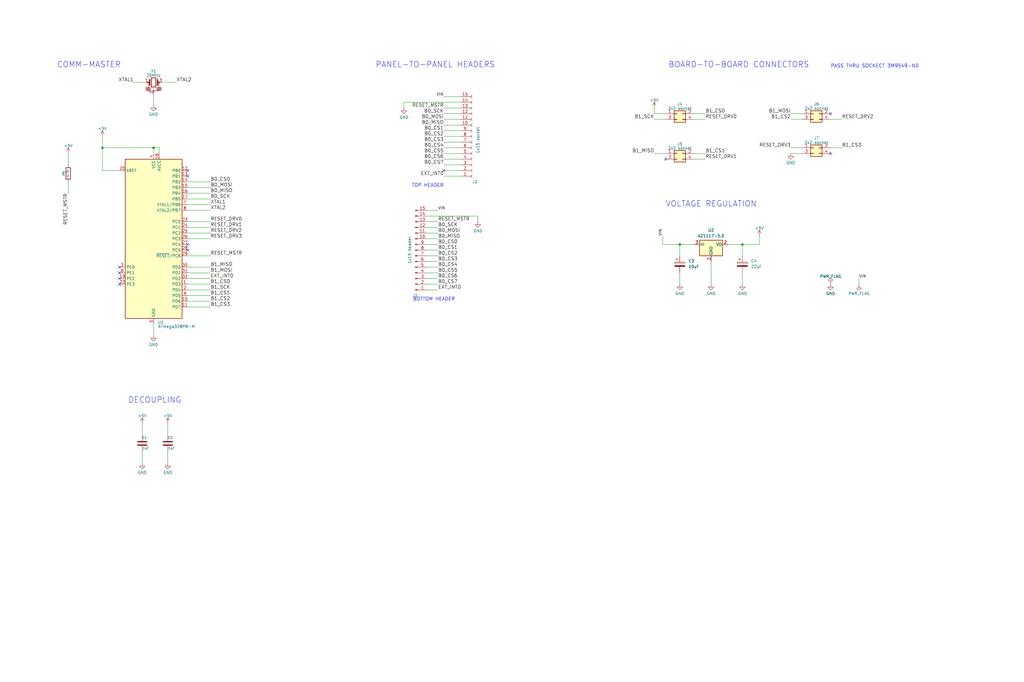
<source format=kicad_sch>
(kicad_sch (version 20230121) (generator eeschema)
  (paper "User" 457.2 304.8)
  (lib_symbols
    (symbol "Connector:Conn_01x15_Pin" (pin_names (offset 1.016) hide)
      (property "Reference" "J" (at 0 20.32 0))
      (property "Value" "Conn_01x15_Pin" (at 0 -20.32 0))
      (symbol "Conn_01x15_Pin_1_1"
        (polyline (pts (xy 1.27 -17.78) (xy 0.8636 -17.78)) (stroke (width 0.1524)))
        (polyline (pts (xy 1.27 -15.24) (xy 0.8636 -15.24)) (stroke (width 0.1524)))
        (polyline (pts (xy 1.27 -12.7) (xy 0.8636 -12.7)) (stroke (width 0.1524)))
        (polyline (pts (xy 1.27 -10.16) (xy 0.8636 -10.16)) (stroke (width 0.1524)))
        (polyline (pts (xy 1.27 -7.62) (xy 0.8636 -7.62)) (stroke (width 0.1524)))
        (polyline (pts (xy 1.27 -5.08) (xy 0.8636 -5.08)) (stroke (width 0.1524)))
        (polyline (pts (xy 1.27 -2.54) (xy 0.8636 -2.54)) (stroke (width 0.1524)))
        (polyline (pts (xy 1.27 0) (xy 0.8636 0)) (stroke (width 0.1524)))
        (polyline (pts (xy 1.27 2.54) (xy 0.8636 2.54)) (stroke (width 0.1524)))
        (polyline (pts (xy 1.27 5.08) (xy 0.8636 5.08)) (stroke (width 0.1524)))
        (polyline (pts (xy 1.27 7.62) (xy 0.8636 7.62)) (stroke (width 0.1524)))
        (polyline (pts (xy 1.27 10.16) (xy 0.8636 10.16)) (stroke (width 0.1524)))
        (polyline (pts (xy 1.27 12.7) (xy 0.8636 12.7)) (stroke (width 0.1524)))
        (polyline (pts (xy 1.27 15.24) (xy 0.8636 15.24)) (stroke (width 0.1524)))
        (polyline (pts (xy 1.27 17.78) (xy 0.8636 17.78)) (stroke (width 0.1524)))
        (rectangle (start 0.8636 -17.653) (end 0 -17.907) (stroke (width 0.1524)) (fill (type outline)))
        (rectangle (start 0.8636 -15.113) (end 0 -15.367) (stroke (width 0.1524)) (fill (type outline)))
        (rectangle (start 0.8636 -12.573) (end 0 -12.827) (stroke (width 0.1524)) (fill (type outline)))
        (rectangle (start 0.8636 -10.033) (end 0 -10.287) (stroke (width 0.1524)) (fill (type outline)))
        (rectangle (start 0.8636 -7.493) (end 0 -7.747) (stroke (width 0.1524)) (fill (type outline)))
        (rectangle (start 0.8636 -4.953) (end 0 -5.207) (stroke (width 0.1524)) (fill (type outline)))
        (rectangle (start 0.8636 -2.413) (end 0 -2.667) (stroke (width 0.1524)) (fill (type outline)))
        (rectangle (start 0.8636 0.127) (end 0 -0.127) (stroke (width 0.1524)) (fill (type outline)))
        (rectangle (start 0.8636 2.667) (end 0 2.413) (stroke (width 0.1524)) (fill (type outline)))
        (rectangle (start 0.8636 5.207) (end 0 4.953) (stroke (width 0.1524)) (fill (type outline)))
        (rectangle (start 0.8636 7.747) (end 0 7.493) (stroke (width 0.1524)) (fill (type outline)))
        (rectangle (start 0.8636 10.287) (end 0 10.033) (stroke (width 0.1524)) (fill (type outline)))
        (rectangle (start 0.8636 12.827) (end 0 12.573) (stroke (width 0.1524)) (fill (type outline)))
        (rectangle (start 0.8636 15.367) (end 0 15.113) (stroke (width 0.1524)) (fill (type outline)))
        (rectangle (start 0.8636 17.907) (end 0 17.653) (stroke (width 0.1524)) (fill (type outline)))
        (pin passive line (at 5.08 17.78 180) (length 3.81) (name "Pin_1") (number "1"))
        (pin passive line (at 5.08 -5.08 180) (length 3.81) (name "Pin_10") (number "10"))
        (pin passive line (at 5.08 -7.62 180) (length 3.81) (name "Pin_11") (number "11"))
        (pin passive line (at 5.08 -10.16 180) (length 3.81) (name "Pin_12") (number "12"))
        (pin passive line (at 5.08 -12.7 180) (length 3.81) (name "Pin_13") (number "13"))
        (pin passive line (at 5.08 -15.24 180) (length 3.81) (name "Pin_14") (number "14"))
        (pin passive line (at 5.08 -17.78 180) (length 3.81) (name "Pin_15") (number "15"))
        (pin passive line (at 5.08 15.24 180) (length 3.81) (name "Pin_2") (number "2"))
        (pin passive line (at 5.08 12.7 180) (length 3.81) (name "Pin_3") (number "3"))
        (pin passive line (at 5.08 10.16 180) (length 3.81) (name "Pin_4") (number "4"))
        (pin passive line (at 5.08 7.62 180) (length 3.81) (name "Pin_5") (number "5"))
        (pin passive line (at 5.08 5.08 180) (length 3.81) (name "Pin_6") (number "6"))
        (pin passive line (at 5.08 2.54 180) (length 3.81) (name "Pin_7") (number "7"))
        (pin passive line (at 5.08 0 180) (length 3.81) (name "Pin_8") (number "8"))
        (pin passive line (at 5.08 -2.54 180) (length 3.81) (name "Pin_9") (number "9"))
      )
    )
    (symbol "Connector:Conn_01x15_Socket" (pin_names (offset 1.016) hide)
      (property "Reference" "J" (at 0 20.32 0))
      (property "Value" "Conn_01x15_Socket" (at 0 -20.32 0))
      (symbol "Conn_01x15_Socket_1_1"
        (arc (start 0 -17.272) (mid -0.5058 -17.78) (end 0 -18.288) (stroke (width 0.1524)))
        (arc (start 0 -14.732) (mid -0.5058 -15.24) (end 0 -15.748) (stroke (width 0.1524)))
        (arc (start 0 -12.192) (mid -0.5058 -12.7) (end 0 -13.208) (stroke (width 0.1524)))
        (arc (start 0 -9.652) (mid -0.5058 -10.16) (end 0 -10.668) (stroke (width 0.1524)))
        (arc (start 0 -7.112) (mid -0.5058 -7.62) (end 0 -8.128) (stroke (width 0.1524)))
        (arc (start 0 -4.572) (mid -0.5058 -5.08) (end 0 -5.588) (stroke (width 0.1524)))
        (arc (start 0 -2.032) (mid -0.5058 -2.54) (end 0 -3.048) (stroke (width 0.1524)))
        (polyline (pts (xy -1.27 -17.78) (xy -0.508 -17.78)) (stroke (width 0.1524)))
        (polyline (pts (xy -1.27 -15.24) (xy -0.508 -15.24)) (stroke (width 0.1524)))
        (polyline (pts (xy -1.27 -12.7) (xy -0.508 -12.7)) (stroke (width 0.1524)))
        (polyline (pts (xy -1.27 -10.16) (xy -0.508 -10.16)) (stroke (width 0.1524)))
        (polyline (pts (xy -1.27 -7.62) (xy -0.508 -7.62)) (stroke (width 0.1524)))
        (polyline (pts (xy -1.27 -5.08) (xy -0.508 -5.08)) (stroke (width 0.1524)))
        (polyline (pts (xy -1.27 -2.54) (xy -0.508 -2.54)) (stroke (width 0.1524)))
        (polyline (pts (xy -1.27 0) (xy -0.508 0)) (stroke (width 0.1524)))
        (polyline (pts (xy -1.27 2.54) (xy -0.508 2.54)) (stroke (width 0.1524)))
        (polyline (pts (xy -1.27 5.08) (xy -0.508 5.08)) (stroke (width 0.1524)))
        (polyline (pts (xy -1.27 7.62) (xy -0.508 7.62)) (stroke (width 0.1524)))
        (polyline (pts (xy -1.27 10.16) (xy -0.508 10.16)) (stroke (width 0.1524)))
        (polyline (pts (xy -1.27 12.7) (xy -0.508 12.7)) (stroke (width 0.1524)))
        (polyline (pts (xy -1.27 15.24) (xy -0.508 15.24)) (stroke (width 0.1524)))
        (polyline (pts (xy -1.27 17.78) (xy -0.508 17.78)) (stroke (width 0.1524)))
        (arc (start 0 0.508) (mid -0.5058 0) (end 0 -0.508) (stroke (width 0.1524)))
        (arc (start 0 3.048) (mid -0.5058 2.54) (end 0 2.032) (stroke (width 0.1524)))
        (arc (start 0 5.588) (mid -0.5058 5.08) (end 0 4.572) (stroke (width 0.1524)))
        (arc (start 0 8.128) (mid -0.5058 7.62) (end 0 7.112) (stroke (width 0.1524)))
        (arc (start 0 10.668) (mid -0.5058 10.16) (end 0 9.652) (stroke (width 0.1524)))
        (arc (start 0 13.208) (mid -0.5058 12.7) (end 0 12.192) (stroke (width 0.1524)))
        (arc (start 0 15.748) (mid -0.5058 15.24) (end 0 14.732) (stroke (width 0.1524)))
        (arc (start 0 18.288) (mid -0.5058 17.78) (end 0 17.272) (stroke (width 0.1524)))
        (pin passive line (at -5.08 17.78 0) (length 3.81) (name "Pin_1") (number "1"))
        (pin passive line (at -5.08 -5.08 0) (length 3.81) (name "Pin_10") (number "10"))
        (pin passive line (at -5.08 -7.62 0) (length 3.81) (name "Pin_11") (number "11"))
        (pin passive line (at -5.08 -10.16 0) (length 3.81) (name "Pin_12") (number "12"))
        (pin passive line (at -5.08 -12.7 0) (length 3.81) (name "Pin_13") (number "13"))
        (pin passive line (at -5.08 -15.24 0) (length 3.81) (name "Pin_14") (number "14"))
        (pin passive line (at -5.08 -17.78 0) (length 3.81) (name "Pin_15") (number "15"))
        (pin passive line (at -5.08 15.24 0) (length 3.81) (name "Pin_2") (number "2"))
        (pin passive line (at -5.08 12.7 0) (length 3.81) (name "Pin_3") (number "3"))
        (pin passive line (at -5.08 10.16 0) (length 3.81) (name "Pin_4") (number "4"))
        (pin passive line (at -5.08 7.62 0) (length 3.81) (name "Pin_5") (number "5"))
        (pin passive line (at -5.08 5.08 0) (length 3.81) (name "Pin_6") (number "6"))
        (pin passive line (at -5.08 2.54 0) (length 3.81) (name "Pin_7") (number "7"))
        (pin passive line (at -5.08 0 0) (length 3.81) (name "Pin_8") (number "8"))
        (pin passive line (at -5.08 -2.54 0) (length 3.81) (name "Pin_9") (number "9"))
      )
    )
    (symbol "Connector_Generic:Conn_02x02_Odd_Even" (pin_names (offset 1.016) hide)
      (property "Reference" "J" (at 1.27 2.54 0))
      (property "Value" "Conn_02x02_Odd_Even" (at 1.27 -5.08 0))
      (symbol "Conn_02x02_Odd_Even_1_1"
        (rectangle (start -1.27 -2.413) (end 0 -2.667) (stroke (width 0.1524)))
        (rectangle (start -1.27 0.127) (end 0 -0.127) (stroke (width 0.1524)))
        (rectangle (start -1.27 1.27) (end 3.81 -3.81) (stroke (width 0.254)) (fill (type background)))
        (rectangle (start 3.81 -2.413) (end 2.54 -2.667) (stroke (width 0.1524)))
        (rectangle (start 3.81 0.127) (end 2.54 -0.127) (stroke (width 0.1524)))
        (pin passive line (at -5.08 0 0) (length 3.81) (name "Pin_1") (number "1"))
        (pin passive line (at 7.62 0 180) (length 3.81) (name "Pin_2") (number "2"))
        (pin passive line (at -5.08 -2.54 0) (length 3.81) (name "Pin_3") (number "3"))
        (pin passive line (at 7.62 -2.54 180) (length 3.81) (name "Pin_4") (number "4"))
      )
    )
    (symbol "Device:C" (pin_numbers hide) (pin_names (offset 0.254))
      (property "Reference" "C" (at 0.635 2.54 0))
      (property "Value" "C" (at 0.635 -2.54 0))
      (symbol "C_0_1"
        (polyline (pts (xy -2.032 -0.762) (xy 2.032 -0.762)) (stroke (width 0.508)))
        (polyline (pts (xy -2.032 0.762) (xy 2.032 0.762)) (stroke (width 0.508)))
      )
      (symbol "C_1_1"
        (pin passive line (at 0 3.81 270) (length 2.794) (name "~") (number "1"))
        (pin passive line (at 0 -3.81 90) (length 2.794) (name "~") (number "2"))
      )
    )
    (symbol "Device:C_Polarized" (pin_numbers hide) (pin_names (offset 0.254))
      (property "Reference" "C" (at 0.635 2.54 0))
      (property "Value" "C_Polarized" (at 0.635 -2.54 0))
      (symbol "C_Polarized_0_1"
        (rectangle (start -2.286 0.508) (end 2.286 1.016))
        (polyline (pts (xy -1.778 2.286) (xy -0.762 2.286)))
        (polyline (pts (xy -1.27 2.794) (xy -1.27 1.778)))
        (rectangle (start 2.286 -0.508) (end -2.286 -1.016) (fill (type outline)))
      )
      (symbol "C_Polarized_1_1"
        (pin passive line (at 0 3.81 270) (length 2.794) (name "~") (number "1"))
        (pin passive line (at 0 -3.81 90) (length 2.794) (name "~") (number "2"))
      )
    )
    (symbol "Device:R" (pin_numbers hide) (pin_names (offset 0))
      (property "Reference" "R" (at 2.032 0 90))
      (property "Value" "R" (at 0 0 90))
      (symbol "R_0_1"
        (rectangle (start -1.016 -2.54) (end 1.016 2.54) (stroke (width 0.254)))
      )
      (symbol "R_1_1"
        (pin passive line (at 0 3.81 270) (length 1.27) (name "~") (number "1"))
        (pin passive line (at 0 -3.81 90) (length 1.27) (name "~") (number "2"))
      )
    )
    (symbol "Device:Resonator" (pin_names (offset 1.016) hide)
      (property "Reference" "Y" (at 0 5.715 0))
      (property "Value" "Resonator" (at 0 3.81 0))
      (symbol "Resonator_0_1"
        (rectangle (start -3.429 -3.175) (end -1.397 -3.429) (fill (type outline)))
        (rectangle (start -3.429 -2.413) (end -1.397 -2.667) (fill (type outline)))
        (circle (center -2.413 0) (radius 0.254) (fill (type outline)))
        (rectangle (start -1.016 2.032) (end 1.016 -2.032) (stroke (width 0.3048)))
        (circle (center 0 -3.81) (radius 0.254) (fill (type outline)))
        (polyline (pts (xy -2.413 -2.413) (xy -2.413 0)))
        (polyline (pts (xy -1.905 0) (xy -3.175 0)))
        (polyline (pts (xy -1.778 -1.27) (xy -1.778 1.27)) (stroke (width 0.508)))
        (polyline (pts (xy 1.778 -1.27) (xy 1.778 1.27)) (stroke (width 0.508)))
        (polyline (pts (xy 1.905 0) (xy 2.54 0)))
        (polyline (pts (xy 2.413 0) (xy 2.413 -2.54)))
        (polyline (pts (xy 2.413 -3.302) (xy 2.413 -3.81) (xy -2.413 -3.81) (xy -2.413 -3.302)))
        (rectangle (start 1.397 -3.175) (end 3.429 -3.429) (fill (type outline)))
        (rectangle (start 1.397 -2.413) (end 3.429 -2.667) (fill (type outline)))
        (circle (center 2.413 0) (radius 0.254) (fill (type outline)))
      )
      (symbol "Resonator_1_1"
        (pin passive line (at -3.81 0 0) (length 1.27) (name "1") (number "1"))
        (pin passive line (at 0 -5.08 90) (length 1.27) (name "2") (number "2"))
        (pin passive line (at 3.81 0 180) (length 1.27) (name "3") (number "3"))
      )
    )
    (symbol "MCU_Microchip_ATmega:ATmega328PB-M"
      (property "Reference" "U" (at -12.7 36.83 0))
      (property "Value" "ATmega328PB-M" (at 2.54 -36.83 0))
      (symbol "ATmega328PB-M_0_1"
        (rectangle (start -12.7 -35.56) (end 12.7 35.56) (stroke (width 0.254)) (fill (type background)))
      )
      (symbol "ATmega328PB-M_1_1"
        (pin bidirectional line (at 15.24 -20.32 180) (length 2.54) (name "PD3") (number "1"))
        (pin bidirectional line (at 15.24 -27.94 180) (length 2.54) (name "PD6") (number "10"))
        (pin bidirectional line (at 15.24 -30.48 180) (length 2.54) (name "PD7") (number "11"))
        (pin bidirectional line (at 15.24 30.48 180) (length 2.54) (name "PB0") (number "12"))
        (pin bidirectional line (at 15.24 27.94 180) (length 2.54) (name "PB1") (number "13"))
        (pin bidirectional line (at 15.24 25.4 180) (length 2.54) (name "PB2") (number "14"))
        (pin bidirectional line (at 15.24 22.86 180) (length 2.54) (name "PB3") (number "15"))
        (pin bidirectional line (at 15.24 20.32 180) (length 2.54) (name "PB4") (number "16"))
        (pin bidirectional line (at 15.24 17.78 180) (length 2.54) (name "PB5") (number "17"))
        (pin power_in line (at 2.54 38.1 270) (length 2.54) (name "AVCC") (number "18"))
        (pin bidirectional line (at -15.24 -17.78 0) (length 2.54) (name "PE2") (number "19"))
        (pin bidirectional line (at 15.24 -22.86 180) (length 2.54) (name "PD4") (number "2"))
        (pin passive line (at -15.24 30.48 0) (length 2.54) (name "AREF") (number "20"))
        (pin passive line (at 0 -38.1 90) (length 2.54) hide (name "GND") (number "21"))
        (pin bidirectional line (at -15.24 -20.32 0) (length 2.54) (name "PE3") (number "22"))
        (pin bidirectional line (at 15.24 7.62 180) (length 2.54) (name "PC0") (number "23"))
        (pin bidirectional line (at 15.24 5.08 180) (length 2.54) (name "PC1") (number "24"))
        (pin bidirectional line (at 15.24 2.54 180) (length 2.54) (name "PC2") (number "25"))
        (pin bidirectional line (at 15.24 0 180) (length 2.54) (name "PC3") (number "26"))
        (pin bidirectional line (at 15.24 -2.54 180) (length 2.54) (name "PC4") (number "27"))
        (pin bidirectional line (at 15.24 -5.08 180) (length 2.54) (name "PC5") (number "28"))
        (pin bidirectional line (at 15.24 -7.62 180) (length 2.54) (name "~{RESET}/PC6") (number "29"))
        (pin bidirectional line (at -15.24 -12.7 0) (length 2.54) (name "PE0") (number "3"))
        (pin bidirectional line (at 15.24 -12.7 180) (length 2.54) (name "PD0") (number "30"))
        (pin bidirectional line (at 15.24 -15.24 180) (length 2.54) (name "PD1") (number "31"))
        (pin bidirectional line (at 15.24 -17.78 180) (length 2.54) (name "PD2") (number "32"))
        (pin passive line (at 0 -38.1 90) (length 2.54) hide (name "GND") (number "33"))
        (pin power_in line (at 0 38.1 270) (length 2.54) (name "VCC") (number "4"))
        (pin power_in line (at 0 -38.1 90) (length 2.54) (name "GND") (number "5"))
        (pin bidirectional line (at -15.24 -15.24 0) (length 2.54) (name "PE1") (number "6"))
        (pin bidirectional line (at 15.24 15.24 180) (length 2.54) (name "XTAL1/PB6") (number "7"))
        (pin bidirectional line (at 15.24 12.7 180) (length 2.54) (name "XTAL2/PB7") (number "8"))
        (pin bidirectional line (at 15.24 -25.4 180) (length 2.54) (name "PD5") (number "9"))
      )
    )
    (symbol "Regulator_Linear:AZ1117-5.0" (pin_names (offset 0.254))
      (property "Reference" "U" (at -3.81 3.175 0))
      (property "Value" "AZ1117-5.0" (at 0 3.175 0))
      (symbol "AZ1117-5.0_0_1"
        (rectangle (start -5.08 1.905) (end 5.08 -5.08) (stroke (width 0.254)) (fill (type background)))
      )
      (symbol "AZ1117-5.0_1_1"
        (pin power_in line (at 0 -7.62 90) (length 2.54) (name "GND") (number "1"))
        (pin power_out line (at 7.62 0 180) (length 2.54) (name "VO") (number "2"))
        (pin power_in line (at -7.62 0 0) (length 2.54) (name "VI") (number "3"))
      )
    )
    (symbol "power:+5V" (power) (pin_names (offset 0))
      (property "Value" "+5V" (at 0 3.556 0))
      (symbol "+5V_0_1"
        (polyline (pts (xy -0.762 1.27) (xy 0 2.54)))
        (polyline (pts (xy 0 0) (xy 0 2.54)))
        (polyline (pts (xy 0 2.54) (xy 0.762 1.27)))
      )
      (symbol "+5V_1_1"
        (pin power_in line (at 0 0 90) (length 0) hide (name "+5V") (number "1"))
      )
    )
    (symbol "power:GND" (power) (pin_names (offset 0))
      (property "Value" "GND" (at 0 -3.81 0))
      (symbol "GND_0_1"
        (polyline (pts (xy 0 0) (xy 0 -1.27) (xy 1.27 -1.27) (xy 0 -2.54) (xy -1.27 -1.27) (xy 0 -1.27)))
      )
      (symbol "GND_1_1"
        (pin power_in line (at 0 0 270) (length 0) hide (name "GND") (number "1"))
      )
    )
    (symbol "power:PWR_FLAG" (power) (pin_numbers hide) (pin_names (offset 0) hide)
      (property "Value" "PWR_FLAG" (at 0 3.81 0))
      (symbol "PWR_FLAG_0_0"
        (pin power_out line (at 0 0 90) (length 0) (name "pwr") (number "1"))
      )
      (symbol "PWR_FLAG_0_1"
        (polyline (pts (xy 0 0) (xy 0 1.27) (xy -1.016 1.905) (xy 0 2.54) (xy 1.016 1.905) (xy 0 1.27)))
      )
    )
  )
  (junction (at 68.58 66.04))
  (junction (at 331.47 109.22))
  (junction (at 303.53 109.22))
  (junction (at 45.72 66.04))
  (no_connect (at 198.12 76.2))
  (no_connect (at 83.82 78.74))
  (no_connect (at 370.84 68.58))
  (no_connect (at 297.18 71.12))
  (no_connect (at 370.84 50.8))
  (no_connect (at 53.34 127))
  (no_connect (at 53.34 124.46))
  (no_connect (at 83.82 109.22))
  (no_connect (at 83.82 111.76))
  (no_connect (at 53.34 119.38))
  (no_connect (at 83.82 76.2))
  (no_connect (at 53.34 121.92))
  (wire (pts (xy 190.5 93.98) (xy 195.58 93.98)))
  (wire (pts (xy 331.47 109.22) (xy 331.47 114.3)))
  (wire (pts (xy 190.5 109.22) (xy 195.58 109.22)))
  (wire (pts (xy 53.34 76.2) (xy 45.72 76.2)))
  (wire (pts (xy 198.12 78.74) (xy 205.74 78.74)))
  (wire (pts (xy 68.58 41.91) (xy 68.58 46.99)))
  (wire (pts (xy 303.53 109.22) (xy 295.91 109.22)))
  (wire (pts (xy 190.5 99.06) (xy 195.58 99.06)))
  (wire (pts (xy 74.93 189.23) (xy 74.93 194.31)))
  (wire (pts (xy 180.34 45.72) (xy 205.74 45.72)))
  (wire (pts (xy 68.58 66.04) (xy 71.12 66.04)))
  (wire (pts (xy 83.82 114.3) (xy 93.98 114.3)))
  (wire (pts (xy 198.12 53.34) (xy 205.74 53.34)))
  (wire (pts (xy 353.06 66.04) (xy 358.14 66.04)))
  (wire (pts (xy 198.12 63.5) (xy 205.74 63.5)))
  (wire (pts (xy 83.82 121.92) (xy 93.98 121.92)))
  (wire (pts (xy 303.53 109.22) (xy 309.88 109.22)))
  (wire (pts (xy 190.5 127) (xy 195.58 127)))
  (wire (pts (xy 292.1 48.26) (xy 292.1 50.8)))
  (wire (pts (xy 309.88 71.12) (xy 314.96 71.12)))
  (wire (pts (xy 198.12 58.42) (xy 205.74 58.42)))
  (wire (pts (xy 190.5 119.38) (xy 195.58 119.38)))
  (wire (pts (xy 292.1 53.34) (xy 297.18 53.34)))
  (wire (pts (xy 353.06 68.58) (xy 358.14 68.58)))
  (wire (pts (xy 83.82 137.16) (xy 93.98 137.16)))
  (wire (pts (xy 295.91 105.41) (xy 295.91 109.22)))
  (wire (pts (xy 190.5 111.76) (xy 195.58 111.76)))
  (wire (pts (xy 303.53 121.92) (xy 303.53 127)))
  (wire (pts (xy 83.82 93.98) (xy 93.98 93.98)))
  (wire (pts (xy 63.5 201.93) (xy 63.5 207.01)))
  (wire (pts (xy 353.06 53.34) (xy 358.14 53.34)))
  (wire (pts (xy 198.12 76.2) (xy 205.74 76.2)))
  (wire (pts (xy 83.82 91.44) (xy 93.98 91.44)))
  (wire (pts (xy 68.58 68.58) (xy 68.58 66.04)))
  (wire (pts (xy 83.82 124.46) (xy 93.98 124.46)))
  (wire (pts (xy 83.82 129.54) (xy 93.98 129.54)))
  (wire (pts (xy 317.5 116.84) (xy 317.5 127)))
  (wire (pts (xy 331.47 109.22) (xy 339.09 109.22)))
  (wire (pts (xy 190.5 96.52) (xy 213.36 96.52)))
  (wire (pts (xy 370.84 53.34) (xy 375.92 53.34)))
  (wire (pts (xy 180.34 45.72) (xy 180.34 48.26)))
  (wire (pts (xy 83.82 119.38) (xy 93.98 119.38)))
  (wire (pts (xy 331.47 121.92) (xy 331.47 127)))
  (wire (pts (xy 72.39 36.83) (xy 78.74 36.83)))
  (wire (pts (xy 83.82 132.08) (xy 93.98 132.08)))
  (wire (pts (xy 309.88 53.34) (xy 314.96 53.34)))
  (wire (pts (xy 297.18 50.8) (xy 292.1 50.8)))
  (wire (pts (xy 213.36 96.52) (xy 213.36 99.06)))
  (wire (pts (xy 190.5 114.3) (xy 195.58 114.3)))
  (wire (pts (xy 198.12 66.04) (xy 205.74 66.04)))
  (wire (pts (xy 198.12 71.12) (xy 205.74 71.12)))
  (wire (pts (xy 30.48 68.58) (xy 30.48 73.66)))
  (wire (pts (xy 45.72 66.04) (xy 45.72 76.2)))
  (wire (pts (xy 71.12 68.58) (xy 71.12 66.04)))
  (wire (pts (xy 198.12 73.66) (xy 205.74 73.66)))
  (wire (pts (xy 83.82 81.28) (xy 93.98 81.28)))
  (wire (pts (xy 370.84 66.04) (xy 375.92 66.04)))
  (wire (pts (xy 30.48 81.28) (xy 30.48 86.36)))
  (wire (pts (xy 198.12 68.58) (xy 205.74 68.58)))
  (wire (pts (xy 198.12 55.88) (xy 205.74 55.88)))
  (wire (pts (xy 198.12 50.8) (xy 205.74 50.8)))
  (wire (pts (xy 303.53 109.22) (xy 303.53 114.3)))
  (wire (pts (xy 198.12 60.96) (xy 205.74 60.96)))
  (wire (pts (xy 45.72 66.04) (xy 68.58 66.04)))
  (wire (pts (xy 292.1 68.58) (xy 297.18 68.58)))
  (wire (pts (xy 309.88 50.8) (xy 314.96 50.8)))
  (wire (pts (xy 353.06 50.8) (xy 358.14 50.8)))
  (wire (pts (xy 83.82 104.14) (xy 93.98 104.14)))
  (wire (pts (xy 190.5 106.68) (xy 195.58 106.68)))
  (wire (pts (xy 83.82 134.62) (xy 93.98 134.62)))
  (wire (pts (xy 190.5 121.92) (xy 195.58 121.92)))
  (wire (pts (xy 59.69 36.83) (xy 64.77 36.83)))
  (wire (pts (xy 325.12 109.22) (xy 331.47 109.22)))
  (wire (pts (xy 68.58 144.78) (xy 68.58 149.86)))
  (wire (pts (xy 83.82 83.82) (xy 93.98 83.82)))
  (wire (pts (xy 83.82 127) (xy 93.98 127)))
  (wire (pts (xy 83.82 101.6) (xy 93.98 101.6)))
  (wire (pts (xy 63.5 189.23) (xy 63.5 194.31)))
  (wire (pts (xy 190.5 116.84) (xy 195.58 116.84)))
  (wire (pts (xy 83.82 86.36) (xy 93.98 86.36)))
  (wire (pts (xy 190.5 129.54) (xy 195.58 129.54)))
  (wire (pts (xy 83.82 106.68) (xy 93.98 106.68)))
  (wire (pts (xy 339.09 105.41) (xy 339.09 109.22)))
  (wire (pts (xy 83.82 88.9) (xy 93.98 88.9)))
  (wire (pts (xy 309.88 68.58) (xy 314.96 68.58)))
  (wire (pts (xy 198.12 48.26) (xy 205.74 48.26)))
  (wire (pts (xy 198.12 43.18) (xy 205.74 43.18)))
  (wire (pts (xy 190.5 101.6) (xy 195.58 101.6)))
  (wire (pts (xy 74.93 201.93) (xy 74.93 207.01)))
  (wire (pts (xy 45.72 60.96) (xy 45.72 66.04)))
  (wire (pts (xy 383.54 124.46) (xy 383.54 127)))
  (wire (pts (xy 190.5 104.14) (xy 195.58 104.14)))
  (wire (pts (xy 190.5 124.46) (xy 195.58 124.46)))
  (wire (pts (xy 83.82 99.06) (xy 93.98 99.06)))
  (text "PANEL-TO-PANEL HEADERS" (at 167.64 30.48 0) (effects (font (size 2.54 2.54)) (justify left bottom)))
  (text "TOP HEADER" (at 198.12 83.82 0) (effects (font (size 1.524 1.524)) (justify right bottom)))
  (text "VOLTAGE REGULATION" (at 297.18 92.71 0) (effects (font (size 2.54 2.54)) (justify left bottom)))
  (text "COMM-MASTER" (at 25.4 30.48 0) (effects (font (size 2.54 2.54)) (justify left bottom)))
  (text "DECOUPLING" (at 57.15 180.34 0) (effects (font (size 2.54 2.54)) (justify left bottom)))
  (text "BOTTOM HEADER" (at 203.2 134.62 0) (effects (font (size 1.524 1.524)) (justify right bottom)))
  (text "PASS THRU SOCKECT 3M9549-ND" (at 370.84 30.48 0) (effects (font (size 1.524 1.524)) (justify left bottom)))
  (text "BOARD-TO-BOARD CONNECTORS" (at 298.45 30.48 0) (effects (font (size 2.54 2.54)) (justify left bottom)))
  (label "B0_CS0" (at 93.98 81.28 0) (effects (font (size 1.524 1.524))))
  (label "B0_CS1" (at 198.12 58.42 180) (effects (font (size 1.524 1.524))))
  (label "B0_CS4" (at 198.12 66.04 180) (effects (font (size 1.524 1.524))))
  (label "B0_SCK" (at 195.58 101.6 0) (effects (font (size 1.524 1.524))))
  (label "B0_CS0" (at 195.58 109.22 0) (effects (font (size 1.524 1.524))))
  (label "VIN" (at 295.91 105.41 90))
  (label "RESET_DRV1" (at 314.96 71.12 0) (effects (font (size 1.524 1.524))))
  (label "XTAL2" (at 78.74 36.83 0) (effects (font (size 1.524 1.524))))
  (label "B0_CS5" (at 198.12 68.58 180) (effects (font (size 1.524 1.524))))
  (label "XTAL2" (at 93.98 93.98 0) (effects (font (size 1.524 1.524))))
  (label "RESET_DRV3" (at 93.98 106.68 0) (effects (font (size 1.524 1.524))))
  (label "B1_CS0" (at 314.96 50.8 0) (effects (font (size 1.524 1.524))))
  (label "B0_CS2" (at 195.58 114.3 0) (effects (font (size 1.524 1.524))))
  (label "B0_CS1" (at 195.58 111.76 0) (effects (font (size 1.524 1.524))))
  (label "RESET_MSTR" (at 30.48 86.36 270) (effects (font (size 1.524 1.524))))
  (label "RESET_MSTR" (at 93.98 114.3 0) (effects (font (size 1.524 1.524))))
  (label "B0_MOSI" (at 93.98 83.82 0) (effects (font (size 1.524 1.524))))
  (label "B0_MOSI" (at 195.58 104.14 0) (effects (font (size 1.524 1.524))))
  (label "EXT_INT0" (at 93.98 124.46 0) (effects (font (size 1.524 1.524))))
  (label "B1_CS2" (at 93.98 134.62 0) (effects (font (size 1.524 1.524))))
  (label "VIN" (at 195.58 93.98 0))
  (label "VIN" (at 383.54 124.46 0))
  (label "B1_CS1" (at 314.96 68.58 0) (effects (font (size 1.524 1.524))))
  (label "B0_MISO" (at 198.12 55.88 180) (effects (font (size 1.524 1.524))))
  (label "B0_CS4" (at 195.58 119.38 0) (effects (font (size 1.524 1.524))))
  (label "B0_CS2" (at 198.12 60.96 180) (effects (font (size 1.524 1.524))))
  (label "RESET_DRV0" (at 93.98 99.06 0) (effects (font (size 1.524 1.524))))
  (label "B0_MISO" (at 93.98 86.36 0) (effects (font (size 1.524 1.524))))
  (label "B0_CS6" (at 195.58 124.46 0) (effects (font (size 1.524 1.524))))
  (label "B1_CS2" (at 353.06 53.34 180) (effects (font (size 1.524 1.524))))
  (label "B1_CS3" (at 93.98 137.16 0) (effects (font (size 1.524 1.524))))
  (label "B1_CS1" (at 93.98 132.08 0) (effects (font (size 1.524 1.524))))
  (label "B0_CS7" (at 195.58 127 0) (effects (font (size 1.524 1.524))))
  (label "B0_CS5" (at 195.58 121.92 0) (effects (font (size 1.524 1.524))))
  (label "RESET_MSTR" (at 198.12 48.26 180) (effects (font (size 1.524 1.524))))
  (label "RESET_MSTR" (at 195.58 99.06 0) (effects (font (size 1.524 1.524))))
  (label "RESET_DRV1" (at 93.98 101.6 0) (effects (font (size 1.524 1.524))))
  (label "B1_SCK" (at 292.1 53.34 180) (effects (font (size 1.524 1.524))))
  (label "XTAL1" (at 93.98 91.44 0) (effects (font (size 1.524 1.524))))
  (label "B1_CS0" (at 93.98 127 0) (effects (font (size 1.524 1.524))))
  (label "B0_SCK" (at 198.12 50.8 180) (effects (font (size 1.524 1.524))))
  (label "B0_CS6" (at 198.12 71.12 180) (effects (font (size 1.524 1.524))))
  (label "B1_MISO" (at 292.1 68.58 180) (effects (font (size 1.524 1.524))))
  (label "XTAL1" (at 59.69 36.83 180) (effects (font (size 1.524 1.524))))
  (label "B0_SCK" (at 93.98 88.9 0) (effects (font (size 1.524 1.524))))
  (label "B0_CS7" (at 198.12 73.66 180) (effects (font (size 1.524 1.524))))
  (label "RESET_DRV0" (at 314.96 53.34 0) (effects (font (size 1.524 1.524))))
  (label "RESET_DRV2" (at 375.92 53.34 0) (effects (font (size 1.524 1.524))))
  (label "B1_SCK" (at 93.98 129.54 0) (effects (font (size 1.524 1.524))))
  (label "B0_MOSI" (at 198.12 53.34 180) (effects (font (size 1.524 1.524))))
  (label "EXT_INT0" (at 195.58 129.54 0) (effects (font (size 1.524 1.524))))
  (label "B1_MOSI" (at 353.06 50.8 180) (effects (font (size 1.524 1.524))))
  (label "B1_MISO" (at 93.98 119.38 0) (effects (font (size 1.524 1.524))))
  (label "B0_MISO" (at 195.58 106.68 0) (effects (font (size 1.524 1.524))))
  (label "B1_MOSI" (at 93.98 121.92 0) (effects (font (size 1.524 1.524))))
  (label "B1_CS3" (at 375.92 66.04 0) (effects (font (size 1.524 1.524))))
  (label "RESET_DRV2" (at 93.98 104.14 0) (effects (font (size 1.524 1.524))))
  (label "B0_CS3" (at 195.58 116.84 0) (effects (font (size 1.524 1.524))))
  (label "RESET_DRV3" (at 353.06 66.04 180) (effects (font (size 1.524 1.524))))
  (label "EXT_INT0" (at 198.12 78.74 180) (effects (font (size 1.524 1.524))))
  (label "VIN" (at 198.12 43.18 180))
  (label "B0_CS3" (at 198.12 63.5 180) (effects (font (size 1.524 1.524))))
  (symbol (lib_id "Device:R") (at 30.48 77.47 180) (unit 1)
    (property "Reference" "R5" (at 28.448 77.47 90) (effects (font (size 1.016 1.016))))
    (property "Value" "4.7k" (at 30.3022 77.4954 90) (effects (font (size 1.016 1.016))))
    (property "Footprint" "Resistor_SMD:R_0603_1608Metric" (effects hide))
    (property "Datasheet" "https://www.yageo.com/upload/media/product/productsearch/datasheet/rchip/PYu-RC_Group_51_RoHS_L_12.pdf" (effects hide))
    (property "PN" "RC0603JR-074K7L" (effects hide))
    (property "DigiKey PN" "311-4.7KGRCT-ND" (effects hide))
    (property "LCSC PN" "C105428" (effects hide))
  )
  (symbol (lib_id "Device:C") (at 63.5 198.12 0) (unit 1)
    (property "Reference" "C1" (at 63.5 195.58 0) (effects (font (size 1.016 1.016)) (justify left)))
    (property "Value" "1uF" (at 63.6524 200.279 0) (effects (font (size 1.016 1.016)) (justify left)))
    (property "Footprint" "Capacitor_SMD:C_0402_1005Metric" (effects hide))
    (property "Datasheet" "https://media.digikey.com/pdf/Data%20Sheets/Samsung%20PDFs/CL10B104KO8NNNC_Spec.pdf" (effects hide))
    (property "PN" "CL10B104KO8NNNC" (effects hide))
    (property "DigiKey PN" "1276-1067-1-ND" (effects hide))
    (property "LCSC PN" "C5137499" (effects hide))
  )
  (symbol (lib_id "power:GND") (at 317.5 127 0) (unit 1)
    (property "Reference" "#PWR015" (effects hide))
    (property "Value" "GND" (at 317.5 131.1355 0))
  )
  (symbol (lib_id "Connector_Generic:Conn_02x02_Odd_Even") (at 302.26 68.58 0) (unit 1)
    (property "Reference" "J5" (at 303.53 64.3001 0))
    (property "Value" "2x2 socket" (at 303.53 66.2211 0))
    (property "Footprint" "Connector_PinSocket_2.54mm:PinSocket_2x02_P2.54mm_Vertical" (effects hide))
    (property "Datasheet" "https://www.te.com/commerce/DocumentDelivery/DDEController?Action=srchrtrv&DocNm=535542&DocType=Customer+Drawing&DocLang=English" (effects hide))
    (property "PN" "5-535542-2" (effects hide))
    (property "DigiKey PN" "A125237-ND" (effects hide))
    (property "LCSC Alternative" "C718234" (effects hide))
    (property "LCSC Alternative 2" "C92273" (effects hide))
  )
  (symbol (lib_id "power:+5V") (at 74.93 189.23 0) (unit 1)
    (property "Reference" "#PWR014" (effects hide))
    (property "Value" "+5V" (at 74.93 185.7281 0))
  )
  (symbol (lib_id "power:GND") (at 68.58 149.86 0) (unit 1)
    (property "Reference" "#PWR011" (effects hide))
    (property "Value" "GND" (at 68.58 153.9955 0))
  )
  (symbol (lib_id "Connector:Conn_01x15_Pin") (at 185.42 111.76 0) (mirror x) (unit 1)
    (property "Reference" "J1" (at 185.42 132.08 0))
    (property "Value" "1x15 header" (at 182.88 111.76 90))
    (property "Footprint" "Connector_custom:PinHeader_1x15_P2.54mm_Horizontal" (effects hide))
    (property "Datasheet" "https://app.adam-tech.com/products/download/data_sheet/201281/ph1rb-xx-ua-data-sheet.pdf" (effects hide))
    (property "PN" "PH1RB-15-UA" (effects hide))
    (property "DigiKey PN" "2057-PH1RB-15-UA-ND" (effects hide))
    (property "Alternative" "S1111EC-15-ND" (effects hide))
    (property "LCSC PN" "C247916" (effects hide))
  )
  (symbol (lib_id "power:GND") (at 74.93 207.01 0) (unit 1)
    (property "Reference" "#PWR018" (effects hide))
    (property "Value" "GND" (at 74.93 211.1455 0))
  )
  (symbol (lib_id "MCU_Microchip_ATmega:ATmega328PB-M") (at 68.58 106.68 0) (unit 1)
    (property "Reference" "U1" (at 70.5359 143.9625 0) (effects (justify left)))
    (property "Value" "ATmega328PB-M" (at 70.5359 145.8835 0) (effects (justify left)))
    (property "Footprint" "Package_DFN_QFN:QFN-32-1EP_5x5mm_P0.5mm_EP3.1x3.1mm" (effects hide))
    (property "Datasheet" "http://ww1.microchip.com/downloads/en/DeviceDoc/40001906C.pdf" (effects hide))
    (property "PN" "ATmega328PB-MUR" (effects hide))
    (property "DigiKey PN" "ATMEGA328PB-MURCT-ND" (effects hide))
    (property "LCSC PN" "C2651953" (effects hide))
  )
  (symbol (lib_id "power:GND") (at 303.53 127 0) (unit 1)
    (property "Reference" "#PWR09" (effects hide))
    (property "Value" "GND" (at 303.53 131.1355 0))
  )
  (symbol (lib_id "Connector_Generic:Conn_02x02_Odd_Even") (at 302.26 50.8 0) (unit 1)
    (property "Reference" "J4" (at 303.53 46.5201 0))
    (property "Value" "2x2 socket" (at 303.53 48.4411 0))
    (property "Footprint" "Connector_PinSocket_2.54mm:PinSocket_2x02_P2.54mm_Vertical" (effects hide))
    (property "Datasheet" "https://www.te.com/commerce/DocumentDelivery/DDEController?Action=srchrtrv&DocNm=535542&DocType=Customer+Drawing&DocLang=English" (effects hide))
    (property "PN" "5-535542-2" (effects hide))
    (property "DigiKey PN" "A125237-ND" (effects hide))
    (property "LCSC Alternative" "C718234" (effects hide))
    (property "LCSC Alternative 2" "C92273" (effects hide))
  )
  (symbol (lib_id "power:GND") (at 213.36 99.06 0) (unit 1)
    (property "Reference" "#PWR04" (effects hide))
    (property "Value" "GND" (at 213.36 103.1955 0))
  )
  (symbol (lib_id "power:GND") (at 353.06 68.58 0) (unit 1)
    (property "Reference" "#PWR08" (effects hide))
    (property "Value" "GND" (at 353.06 72.7155 0))
  )
  (symbol (lib_id "Regulator_Linear:AZ1117-5.0") (at 317.5 109.22 0) (unit 1)
    (property "Reference" "U2" (at 317.5 102.87 0))
    (property "Value" "AZ1117-5.0" (at 317.5 105.41 0))
    (property "Footprint" "Package_TO_SOT_SMD:SOT-223" (effects hide))
    (property "Datasheet" "https://www.diodes.com/assets/Datasheets/AZ1117.pdf" (effects hide))
  )
  (symbol (lib_id "power:GND") (at 68.58 46.99 0) (unit 1)
    (property "Reference" "#PWR03" (effects hide))
    (property "Value" "GND" (at 68.58 51.1255 0))
  )
  (symbol (lib_id "power:+5V") (at 63.5 189.23 0) (unit 1)
    (property "Reference" "#PWR016" (effects hide))
    (property "Value" "+5V" (at 63.5 185.7281 0))
  )
  (symbol (lib_id "power:GND") (at 331.47 127 0) (unit 1)
    (property "Reference" "#PWR013" (effects hide))
    (property "Value" "GND" (at 331.47 131.1355 0))
  )
  (symbol (lib_id "power:+5V") (at 30.48 68.58 0) (unit 1)
    (property "Reference" "#PWR02" (effects hide))
    (property "Value" "+5V" (at 30.48 65.0781 0))
  )
  (symbol (lib_id "power:+5V") (at 292.1 48.26 0) (unit 1)
    (property "Reference" "#PWR07" (effects hide))
    (property "Value" "+5V" (at 292.1 44.7581 0))
  )
  (symbol (lib_id "Device:C_Polarized") (at 303.53 118.11 0) (unit 1)
    (property "Reference" "C3" (at 307.34 116.586 0) (effects (justify left)))
    (property "Value" "10uF" (at 307.34 119.126 0) (effects (justify left)))
    (property "Footprint" "Capacitor_SMD:C_Elec_4x5.4" (effects hide))
    (property "LCSC PN" "C72484" (effects hide))
  )
  (symbol (lib_id "Device:C_Polarized") (at 331.47 118.11 0) (unit 1)
    (property "Reference" "C4" (at 335.28 116.586 0) (effects (justify left)))
    (property "Value" "22uF" (at 335.28 119.126 0) (effects (justify left)))
    (property "Footprint" "Capacitor_SMD:C_Elec_4x5.4" (effects hide))
    (property "LCSC PN" "C72502" (effects hide))
  )
  (symbol (lib_id "Device:C") (at 74.93 198.12 0) (unit 1)
    (property "Reference" "C2" (at 74.93 195.58 0) (effects (font (size 1.016 1.016)) (justify left)))
    (property "Value" "1uF" (at 75.0824 200.279 0) (effects (font (size 1.016 1.016)) (justify left)))
    (property "Footprint" "Capacitor_SMD:C_0402_1005Metric" (effects hide))
    (property "Datasheet" "https://media.digikey.com/pdf/Data%20Sheets/Samsung%20PDFs/CL10B104KO8NNNC_Spec.pdf" (effects hide))
    (property "PN" "CL10B104KO8NNNC" (effects hide))
    (property "DigiKey PN" "1276-1067-1-ND" (effects hide))
    (property "LCSC PN" "C5137499" (effects hide))
  )
  (symbol (lib_id "Connector_Generic:Conn_02x02_Odd_Even") (at 363.22 50.8 0) (unit 1)
    (property "Reference" "J6" (at 364.49 46.5201 0))
    (property "Value" "2x2 socket" (at 364.49 48.4411 0))
    (property "Footprint" "Connector_PinSocket_2.54mm:PinSocket_2x02_P2.54mm_Vertical" (effects hide))
    (property "Datasheet" "https://www.te.com/commerce/DocumentDelivery/DDEController?Action=srchrtrv&DocNm=535542&DocType=Customer+Drawing&DocLang=English" (effects hide))
    (property "PN" "5-535542-2" (effects hide))
    (property "DigiKey PN" "A125237-ND" (effects hide))
    (property "LCSC Alternative" "C718234" (effects hide))
    (property "LCSC Alternative 2" "C92273" (effects hide))
  )
  (symbol (lib_id "power:GND") (at 370.84 127 0) (unit 1)
    (property "Reference" "#PWR019" (effects hide))
    (property "Value" "GND" (at 370.84 131.1355 0))
  )
  (symbol (lib_id "Connector_Generic:Conn_02x02_Odd_Even") (at 363.22 66.04 0) (unit 1)
    (property "Reference" "J7" (at 364.49 61.7601 0))
    (property "Value" "2x2 socket" (at 364.49 63.6811 0))
    (property "Footprint" "Connector_PinSocket_2.54mm:PinSocket_2x02_P2.54mm_Vertical" (effects hide))
    (property "Datasheet" "https://www.te.com/commerce/DocumentDelivery/DDEController?Action=srchrtrv&DocNm=535542&DocType=Customer+Drawing&DocLang=English" (effects hide))
    (property "PN" "5-535542-2" (effects hide))
    (property "DigiKey PN" "A125237-ND" (effects hide))
    (property "LCSC Alternative" "C718234" (effects hide))
    (property "LCSC Alternative 2" "C92273" (effects hide))
  )
  (symbol (lib_id "power:GND") (at 63.5 207.01 0) (unit 1)
    (property "Reference" "#PWR017" (effects hide))
    (property "Value" "GND" (at 63.5 211.1455 0))
  )
  (symbol (lib_id "power:+5V") (at 339.09 105.41 0) (unit 1)
    (property "Reference" "#PWR010" (effects hide))
    (property "Value" "+5V" (at 339.09 101.9081 0))
  )
  (symbol (lib_id "power:PWR_FLAG") (at 383.54 127 180) (unit 1)
    (property "Reference" "#FLG03" (effects hide))
    (property "Value" "PWR_FLAG" (at 383.54 131.1355 0))
  )
  (symbol (lib_id "power:+5V") (at 45.72 60.96 0) (unit 1)
    (property "Reference" "#PWR012" (effects hide))
    (property "Value" "+5V" (at 45.72 57.4581 0))
  )
  (symbol (lib_id "power:PWR_FLAG") (at 370.84 127 0) (unit 1)
    (property "Reference" "#FLG01" (effects hide))
    (property "Value" "PWR_FLAG" (at 370.84 123.4981 0))
  )
  (symbol (lib_id "power:GND") (at 180.34 48.26 0) (unit 1)
    (property "Reference" "#PWR05" (effects hide))
    (property "Value" "GND" (at 180.34 52.3955 0))
  )
  (symbol (lib_id "Connector:Conn_01x15_Socket") (at 210.82 60.96 0) (mirror x) (unit 1)
    (property "Reference" "J2" (at 210.82 81.28 0) (effects (justify left)))
    (property "Value" "1x15 socket" (at 213.36 68.58 90) (effects (justify right)))
    (property "Footprint" "Connector_custom:PinSocket_1x15_P2.54mm_Horizontal" (effects hide))
    (property "Datasheet" "http://suddendocs.samtec.com/catalog_english/ssq_th.pdf" (effects hide))
    (property "PN" "SSQ-115-02-G-S-RA" (effects hide))
    (property "DigiKey PN" "612-SSQ-115-02-G-S-RA-ND" (effects hide))
    (property "DigiKey Alternative" "SAM1195-15-ND" (effects hide))
    (property "LCSC Alternative" "C2897397" (effects hide))
  )
  (symbol (lib_id "Device:Resonator") (at 68.58 36.83 0) (unit 1)
    (property "Reference" "Y1" (at 68.58 31.7627 0))
    (property "Value" "20MHz" (at 68.58 33.6837 0))
    (property "Footprint" "Crystal:Resonator_SMD_Murata_CSTxExxV-3Pin_3.0x1.1mm" (effects hide))
    (property "Datasheet" "https://www.murata.com/en/products/productdata/8801161510942/SPEC-CSTNE20M0V530000R0.pdf" (effects hide))
    (property "PN" "CSTNE20M0V530000R0" (effects hide))
    (property "DigiKey PN" "490-17953-1-ND" (effects hide))
    (property "LCSC PN" "C882604" (effects hide))
  )
)
</source>
